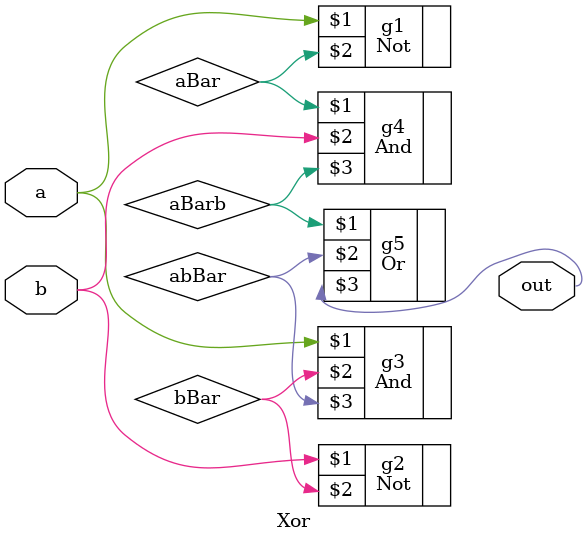
<source format=v>
`include "../01/Or.v"

module Xor(a,b,out);
    input a,b;
    output out;

    Not g1(a,aBar);
    Not g2(b,bBar);

    And g3(a,bBar,abBar);
    And g4(aBar,b,aBarb);

    Or g5(aBarb,abBar,out);

endmodule
</source>
